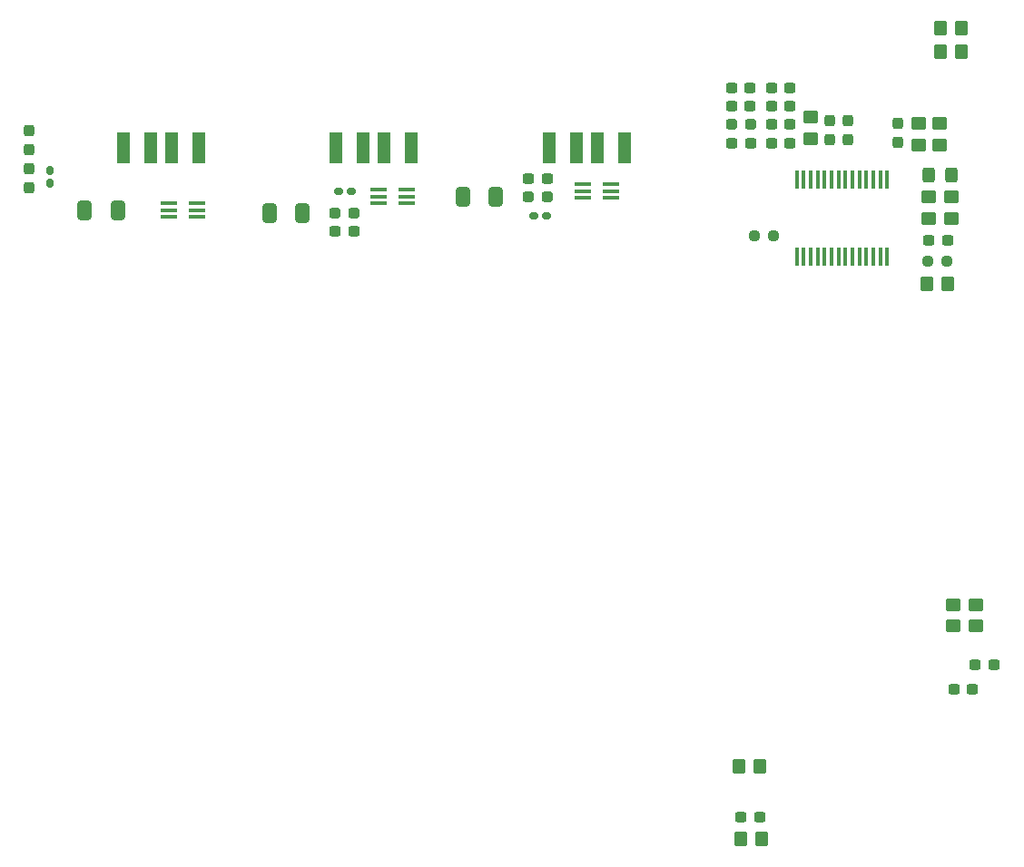
<source format=gbr>
%TF.GenerationSoftware,KiCad,Pcbnew,(7.0.0)*%
%TF.CreationDate,2023-06-18T19:08:54+02:00*%
%TF.ProjectId,Macro_Keyboard,4d616372-6f5f-44b6-9579-626f6172642e,rev?*%
%TF.SameCoordinates,Original*%
%TF.FileFunction,Paste,Top*%
%TF.FilePolarity,Positive*%
%FSLAX46Y46*%
G04 Gerber Fmt 4.6, Leading zero omitted, Abs format (unit mm)*
G04 Created by KiCad (PCBNEW (7.0.0)) date 2023-06-18 19:08:54*
%MOMM*%
%LPD*%
G01*
G04 APERTURE LIST*
G04 Aperture macros list*
%AMRoundRect*
0 Rectangle with rounded corners*
0 $1 Rounding radius*
0 $2 $3 $4 $5 $6 $7 $8 $9 X,Y pos of 4 corners*
0 Add a 4 corners polygon primitive as box body*
4,1,4,$2,$3,$4,$5,$6,$7,$8,$9,$2,$3,0*
0 Add four circle primitives for the rounded corners*
1,1,$1+$1,$2,$3*
1,1,$1+$1,$4,$5*
1,1,$1+$1,$6,$7*
1,1,$1+$1,$8,$9*
0 Add four rect primitives between the rounded corners*
20,1,$1+$1,$2,$3,$4,$5,0*
20,1,$1+$1,$4,$5,$6,$7,0*
20,1,$1+$1,$6,$7,$8,$9,0*
20,1,$1+$1,$8,$9,$2,$3,0*%
G04 Aperture macros list end*
%ADD10RoundRect,0.250000X0.450000X-0.350000X0.450000X0.350000X-0.450000X0.350000X-0.450000X-0.350000X0*%
%ADD11RoundRect,0.237500X0.287500X0.237500X-0.287500X0.237500X-0.287500X-0.237500X0.287500X-0.237500X0*%
%ADD12RoundRect,0.250000X-0.450000X0.350000X-0.450000X-0.350000X0.450000X-0.350000X0.450000X0.350000X0*%
%ADD13R,0.450000X1.750000*%
%ADD14RoundRect,0.237500X0.300000X0.237500X-0.300000X0.237500X-0.300000X-0.237500X0.300000X-0.237500X0*%
%ADD15RoundRect,0.237500X-0.237500X0.287500X-0.237500X-0.287500X0.237500X-0.287500X0.237500X0.287500X0*%
%ADD16RoundRect,0.237500X0.237500X-0.300000X0.237500X0.300000X-0.237500X0.300000X-0.237500X-0.300000X0*%
%ADD17RoundRect,0.250000X0.412500X0.650000X-0.412500X0.650000X-0.412500X-0.650000X0.412500X-0.650000X0*%
%ADD18R,1.500000X0.400000*%
%ADD19RoundRect,0.160000X-0.222500X-0.160000X0.222500X-0.160000X0.222500X0.160000X-0.222500X0.160000X0*%
%ADD20RoundRect,0.160000X0.222500X0.160000X-0.222500X0.160000X-0.222500X-0.160000X0.222500X-0.160000X0*%
%ADD21RoundRect,0.237500X-0.250000X-0.237500X0.250000X-0.237500X0.250000X0.237500X-0.250000X0.237500X0*%
%ADD22RoundRect,0.250000X-0.350000X-0.450000X0.350000X-0.450000X0.350000X0.450000X-0.350000X0.450000X0*%
%ADD23RoundRect,0.160000X0.160000X-0.222500X0.160000X0.222500X-0.160000X0.222500X-0.160000X-0.222500X0*%
%ADD24RoundRect,0.250000X0.325000X0.450000X-0.325000X0.450000X-0.325000X-0.450000X0.325000X-0.450000X0*%
%ADD25RoundRect,0.250000X0.350000X0.450000X-0.350000X0.450000X-0.350000X-0.450000X0.350000X-0.450000X0*%
%ADD26RoundRect,0.237500X-0.300000X-0.237500X0.300000X-0.237500X0.300000X0.237500X-0.300000X0.237500X0*%
%ADD27R,1.250000X3.000000*%
%ADD28RoundRect,0.250000X-0.412500X-0.650000X0.412500X-0.650000X0.412500X0.650000X-0.412500X0.650000X0*%
%ADD29RoundRect,0.237500X-0.287500X-0.237500X0.287500X-0.237500X0.287500X0.237500X-0.287500X0.237500X0*%
G04 APERTURE END LIST*
D10*
%TO.C,R8*%
X150904530Y-61464530D03*
X150904530Y-59464530D03*
%TD*%
D11*
%TO.C,FB2*%
X95191549Y-60992392D03*
X93441549Y-60992392D03*
%TD*%
D12*
%TO.C,R12*%
X137775174Y-52013429D03*
X137775174Y-54013429D03*
%TD*%
D13*
%TO.C,U9*%
X136490999Y-65067999D03*
X137140999Y-65067999D03*
X137790999Y-65067999D03*
X138440999Y-65067999D03*
X139090999Y-65067999D03*
X139740999Y-65067999D03*
X140390999Y-65067999D03*
X141040999Y-65067999D03*
X141690999Y-65067999D03*
X142340999Y-65067999D03*
X142990999Y-65067999D03*
X143640999Y-65067999D03*
X144290999Y-65067999D03*
X144940999Y-65067999D03*
X144940999Y-57867999D03*
X144290999Y-57867999D03*
X143640999Y-57867999D03*
X142990999Y-57867999D03*
X142340999Y-57867999D03*
X141690999Y-57867999D03*
X141040999Y-57867999D03*
X140390999Y-57867999D03*
X139740999Y-57867999D03*
X139090999Y-57867999D03*
X138440999Y-57867999D03*
X137790999Y-57867999D03*
X137140999Y-57867999D03*
X136490999Y-57867999D03*
%TD*%
D10*
%TO.C,R18*%
X153170329Y-99536000D03*
X153170329Y-97536000D03*
%TD*%
D14*
%TO.C,C23*%
X113234695Y-57799445D03*
X111509695Y-57799445D03*
%TD*%
D15*
%TO.C,FB6*%
X145968998Y-52606000D03*
X145968998Y-54356000D03*
%TD*%
D16*
%TO.C,C29*%
X64942354Y-55030980D03*
X64942354Y-53305980D03*
%TD*%
D17*
%TO.C,C22*%
X108458000Y-59436000D03*
X105333000Y-59436000D03*
%TD*%
D14*
%TO.C,C17*%
X135878048Y-49273518D03*
X134153048Y-49273518D03*
%TD*%
D18*
%TO.C,U6*%
X77917999Y-60055999D03*
X77917999Y-60705999D03*
X77917999Y-61355999D03*
X80577999Y-61355999D03*
X80577999Y-60705999D03*
X80577999Y-60055999D03*
%TD*%
D19*
%TO.C,TH1*%
X112013745Y-61229044D03*
X113158745Y-61229044D03*
%TD*%
D20*
%TO.C,TH2*%
X94950493Y-58928000D03*
X93805493Y-58928000D03*
%TD*%
D14*
%TO.C,C40*%
X132166101Y-51001903D03*
X130441101Y-51001903D03*
%TD*%
D11*
%TO.C,FB3*%
X113251746Y-59418528D03*
X111501746Y-59418528D03*
%TD*%
D17*
%TO.C,C26*%
X90424000Y-60960000D03*
X87299000Y-60960000D03*
%TD*%
D16*
%TO.C,C15*%
X141263571Y-54090800D03*
X141263571Y-52365800D03*
%TD*%
D14*
%TO.C,C43*%
X135881199Y-52690215D03*
X134156199Y-52690215D03*
%TD*%
D21*
%TO.C,R5*%
X132541000Y-63119000D03*
X134366000Y-63119000D03*
%TD*%
D16*
%TO.C,C16*%
X139616637Y-54082032D03*
X139616637Y-52357032D03*
%TD*%
D15*
%TO.C,FB4*%
X64942354Y-56847061D03*
X64942354Y-58597061D03*
%TD*%
D14*
%TO.C,C18*%
X135885853Y-50998656D03*
X134160853Y-50998656D03*
%TD*%
D18*
%TO.C,U7*%
X116525999Y-58277999D03*
X116525999Y-58927999D03*
X116525999Y-59577999D03*
X119185999Y-59577999D03*
X119185999Y-58927999D03*
X119185999Y-58277999D03*
%TD*%
D22*
%TO.C,R17*%
X149883465Y-45909109D03*
X151883465Y-45909109D03*
%TD*%
D23*
%TO.C,TH4*%
X66889352Y-58185815D03*
X66889352Y-57040815D03*
%TD*%
D10*
%TO.C,R9*%
X148774152Y-61464530D03*
X148774152Y-59464530D03*
%TD*%
D24*
%TO.C,D3*%
X150894000Y-57404000D03*
X148844000Y-57404000D03*
%TD*%
D25*
%TO.C,R6*%
X150622000Y-67561888D03*
X148622000Y-67561888D03*
%TD*%
D22*
%TO.C,R2*%
X131096000Y-112626957D03*
X133096000Y-112626957D03*
%TD*%
D14*
%TO.C,C27*%
X95177642Y-62660674D03*
X93452642Y-62660674D03*
%TD*%
D26*
%TO.C,C37*%
X130448707Y-54470501D03*
X132173707Y-54470501D03*
%TD*%
D27*
%TO.C,J2*%
X120443999Y-54900042D03*
X117943999Y-54900042D03*
X115943999Y-54900042D03*
X113443999Y-54900042D03*
%TD*%
D22*
%TO.C,R13*%
X149876000Y-43699174D03*
X151876000Y-43699174D03*
%TD*%
D10*
%TO.C,R19*%
X151130000Y-99536000D03*
X151130000Y-97536000D03*
%TD*%
D26*
%TO.C,C45*%
X153162000Y-103124000D03*
X154887000Y-103124000D03*
%TD*%
D27*
%TO.C,J4*%
X80711825Y-54896188D03*
X78211825Y-54896188D03*
X76211825Y-54896188D03*
X73711825Y-54896188D03*
%TD*%
D26*
%TO.C,C41*%
X130427389Y-49290615D03*
X132152389Y-49290615D03*
%TD*%
%TO.C,C44*%
X134156607Y-54472982D03*
X135881607Y-54472982D03*
%TD*%
D12*
%TO.C,R10*%
X147843177Y-52613688D03*
X147843177Y-54613688D03*
%TD*%
D26*
%TO.C,C46*%
X151183000Y-105410000D03*
X152908000Y-105410000D03*
%TD*%
D21*
%TO.C,R7*%
X148696439Y-65438358D03*
X150521439Y-65438358D03*
%TD*%
D28*
%TO.C,C24*%
X70086929Y-60749006D03*
X73211929Y-60749006D03*
%TD*%
D26*
%TO.C,C19*%
X148844000Y-63500000D03*
X150569000Y-63500000D03*
%TD*%
D25*
%TO.C,R3*%
X133245590Y-119396313D03*
X131245590Y-119396313D03*
%TD*%
D27*
%TO.C,J3*%
X100527999Y-54923999D03*
X98027999Y-54923999D03*
X96027999Y-54923999D03*
X93527999Y-54923999D03*
%TD*%
D14*
%TO.C,C9*%
X133027636Y-117344790D03*
X131302636Y-117344790D03*
%TD*%
D12*
%TO.C,R11*%
X149860000Y-52610000D03*
X149860000Y-54610000D03*
%TD*%
D29*
%TO.C,FB7*%
X130428582Y-52681524D03*
X132178582Y-52681524D03*
%TD*%
D18*
%TO.C,U8*%
X97475999Y-58785999D03*
X97475999Y-59435999D03*
X97475999Y-60085999D03*
X100135999Y-60085999D03*
X100135999Y-59435999D03*
X100135999Y-58785999D03*
%TD*%
M02*

</source>
